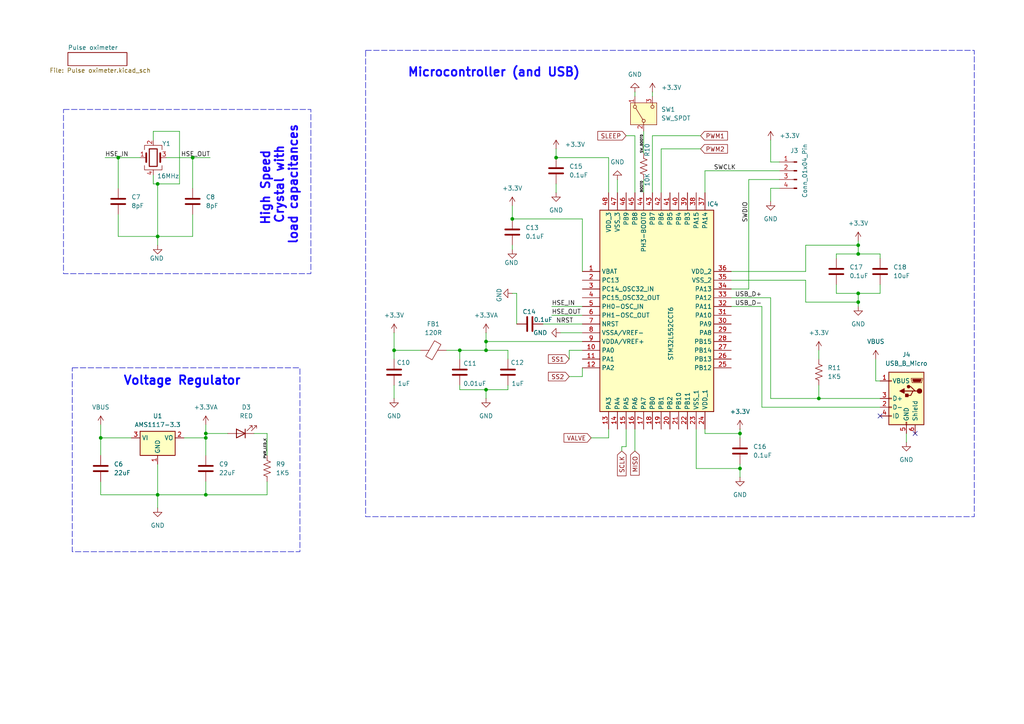
<source format=kicad_sch>
(kicad_sch (version 20250114) (generator "eeschema") (generator_version "9.0")
  (paper "A4")
  (title_block (title "MCU Core") (date "2025-10-22") (rev "VER 1.1.0") (company "BRCL"))
  (lib_symbols
    (symbol "Connector:Conn_01x04_Pin" (pin_names (offset 1.016) (hide yes))
      (property "Reference" "J" (at 0 5.08 0))
      (property "Value" "Conn_01x04_Pin" (at 0 -7.62 0))
      (symbol "Conn_01x04_Pin_1_1"
        (rectangle (start 0.8636 2.667) (end 0 2.413) (stroke (width 0.1524)) (fill (type outline)))
        (rectangle (start 0.8636 0.127) (end 0 -0.127) (stroke (width 0.1524)) (fill (type outline)))
        (rectangle (start 0.8636 -2.413) (end 0 -2.667) (stroke (width 0.1524)) (fill (type outline)))
        (rectangle (start 0.8636 -4.953) (end 0 -5.207) (stroke (width 0.1524)) (fill (type outline)))
        (polyline (pts (xy 1.27 2.54) (xy 0.8636 2.54)) (stroke (width 0.1524)))
        (polyline (pts (xy 1.27 0) (xy 0.8636 0)) (stroke (width 0.1524)))
        (polyline (pts (xy 1.27 -2.54) (xy 0.8636 -2.54)) (stroke (width 0.1524)))
        (polyline (pts (xy 1.27 -5.08) (xy 0.8636 -5.08)) (stroke (width 0.1524)))
        (pin passive line (at 5.08 2.54 180) (length 3.81) (name "Pin_1") (number "1"))
        (pin passive line (at 5.08 0 180) (length 3.81) (name "Pin_2") (number "2"))
        (pin passive line (at 5.08 -2.54 180) (length 3.81) (name "Pin_3") (number "3"))
        (pin passive line (at 5.08 -5.08 180) (length 3.81) (name "Pin_4") (number "4"))
      )
    )
    (symbol "Connector:USB_B_Micro" (pin_names (offset 1.016))
      (property "Reference" "J" (at -5.08 11.43 0))
      (property "Value" "USB_B_Micro" (at -5.08 8.89 0))
      (symbol "USB_B_Micro_0_1"
        (rectangle (start -5.08 -7.62) (end 5.08 7.62) (stroke (width 0.254)) (fill (type background)))
        (polyline (pts (xy -4.699 5.842) (xy -4.699 5.588) (xy -4.445 4.826) (xy -4.445 4.572) (xy -1.651 4.572) (xy -1.651 4.826) (xy -1.397 5.588) (xy -1.397 5.842) (xy -4.699 5.842)))
        (polyline (pts (xy -4.318 5.588) (xy -1.778 5.588) (xy -2.032 4.826) (xy -4.064 4.826) (xy -4.318 5.588)) (fill (type outline)))
        (circle (center -3.81 2.159) (radius 0.635) (stroke (width 0.254)) (fill (type outline)))
        (polyline (pts (xy -3.175 2.159) (xy -2.54 2.159) (xy -1.27 3.429) (xy -0.635 3.429)) (stroke (width 0.254)))
        (polyline (pts (xy -2.54 2.159) (xy -1.905 2.159) (xy -1.27 0.889) (xy 0 0.889)) (stroke (width 0.254)))
        (polyline (pts (xy -1.905 2.159) (xy 0.635 2.159)) (stroke (width 0.254)))
        (circle (center -0.635 3.429) (radius 0.381) (stroke (width 0.254)) (fill (type outline)))
        (rectangle (start -0.127 -7.62) (end 0.127 -6.858))
        (rectangle (start 0.254 1.27) (end -0.508 0.508) (stroke (width 0.254)) (fill (type outline)))
        (polyline (pts (xy 0.635 2.794) (xy 0.635 1.524) (xy 1.905 2.159) (xy 0.635 2.794)) (stroke (width 0.254)) (fill (type outline)))
        (rectangle (start 5.08 4.953) (end 4.318 5.207))
        (rectangle (start 5.08 -0.127) (end 4.318 0.127))
        (rectangle (start 5.08 -2.667) (end 4.318 -2.413))
        (rectangle (start 5.08 -5.207) (end 4.318 -4.953))
      )
      (symbol "USB_B_Micro_1_1"
        (pin passive line (at -2.54 -10.16 90) (length 2.54) (name "Shield") (number "6"))
        (pin power_out line (at 0 -10.16 90) (length 2.54) (name "GND") (number "5"))
        (pin power_out line (at 7.62 5.08 180) (length 2.54) (name "VBUS") (number "1"))
        (pin bidirectional line (at 7.62 0 180) (length 2.54) (name "D+") (number "3"))
        (pin bidirectional line (at 7.62 -2.54 180) (length 2.54) (name "D-") (number "2"))
        (pin passive line (at 7.62 -5.08 180) (length 2.54) (name "ID") (number "4"))
      )
    )
    (symbol "Device:C" (pin_numbers (hide yes)) (pin_names (offset 0.254))
      (property "Reference" "C" (at 0.635 2.54 0))
      (property "Value" "C" (at 0.635 -2.54 0))
      (symbol "C_0_1"
        (polyline (pts (xy -2.032 0.762) (xy 2.032 0.762)) (stroke (width 0.508)))
        (polyline (pts (xy -2.032 -0.762) (xy 2.032 -0.762)) (stroke (width 0.508)))
      )
      (symbol "C_1_1"
        (pin passive line (at 0 3.81 270) (length 2.794) (name "~") (number "1"))
        (pin passive line (at 0 -3.81 90) (length 2.794) (name "~") (number "2"))
      )
    )
    (symbol "Device:Crystal_GND24" (pin_names (offset 1.016) (hide yes))
      (property "Reference" "Y" (at 3.175 5.08 0))
      (property "Value" "Crystal_GND24" (at 3.175 3.175 0))
      (symbol "Crystal_GND24_0_1"
        (polyline (pts (xy -2.54 2.286) (xy -2.54 3.556) (xy 2.54 3.556) (xy 2.54 2.286)))
        (polyline (pts (xy -2.54 0) (xy -2.032 0)))
        (polyline (pts (xy -2.54 -2.286) (xy -2.54 -3.556) (xy 2.54 -3.556) (xy 2.54 -2.286)))
        (polyline (pts (xy -2.032 -1.27) (xy -2.032 1.27)) (stroke (width 0.508)))
        (rectangle (start -1.143 2.54) (end 1.143 -2.54) (stroke (width 0.3048)))
        (polyline (pts (xy 0 3.556) (xy 0 3.81)))
        (polyline (pts (xy 0 -3.81) (xy 0 -3.556)))
        (polyline (pts (xy 2.032 0) (xy 2.54 0)))
        (polyline (pts (xy 2.032 -1.27) (xy 2.032 1.27)) (stroke (width 0.508)))
      )
      (symbol "Crystal_GND24_1_1"
        (pin passive line (at -3.81 0 0) (length 1.27) (name "1") (number "1"))
        (pin passive line (at 0 5.08 270) (length 1.27) (name "2") (number "2"))
        (pin passive line (at 0 -5.08 90) (length 1.27) (name "4") (number "4"))
        (pin passive line (at 3.81 0 180) (length 1.27) (name "3") (number "3"))
      )
    )
    (symbol "Device:FerriteBead" (pin_numbers (hide yes)) (pin_names (offset 0))
      (property "Reference" "FB" (at -3.81 0.635 90))
      (property "Value" "FerriteBead" (at 3.81 0 90))
      (symbol "FerriteBead_0_1"
        (polyline (pts (xy -2.7686 0.4064) (xy -1.7018 2.2606) (xy 2.7686 -0.3048) (xy 1.6764 -2.159) (xy -2.7686 0.4064)))
        (polyline (pts (xy 0 1.27) (xy 0 1.2954)))
        (polyline (pts (xy 0 -1.27) (xy 0 -1.2192)))
      )
      (symbol "FerriteBead_1_1"
        (pin passive line (at 0 3.81 270) (length 2.54) (name "~") (number "1"))
        (pin passive line (at 0 -3.81 90) (length 2.54) (name "~") (number "2"))
      )
    )
    (symbol "Device:LED" (pin_numbers (hide yes)) (pin_names (offset 1.016) (hide yes))
      (property "Reference" "D" (at 0 2.54 0))
      (property "Value" "LED" (at 0 -2.54 0))
      (symbol "LED_0_1"
        (polyline (pts (xy -3.048 -0.762) (xy -4.572 -2.286) (xy -3.81 -2.286) (xy -4.572 -2.286) (xy -4.572 -1.524)))
        (polyline (pts (xy -1.778 -0.762) (xy -3.302 -2.286) (xy -2.54 -2.286) (xy -3.302 -2.286) (xy -3.302 -1.524)))
        (polyline (pts (xy -1.27 0) (xy 1.27 0)))
        (polyline (pts (xy -1.27 -1.27) (xy -1.27 1.27)) (stroke (width 0.254)))
        (polyline (pts (xy 1.27 -1.27) (xy 1.27 1.27) (xy -1.27 0) (xy 1.27 -1.27)) (stroke (width 0.254)))
      )
      (symbol "LED_1_1"
        (pin passive line (at -3.81 0 0) (length 2.54) (name "K") (number "1"))
        (pin passive line (at 3.81 0 180) (length 2.54) (name "A") (number "2"))
      )
    )
    (symbol "Device:R_US" (pin_numbers (hide yes)) (pin_names (offset 0))
      (property "Reference" "R" (at 2.54 0 90))
      (property "Value" "R_US" (at -2.54 0 90))
      (symbol "R_US_0_1"
        (polyline (pts (xy 0 2.286) (xy 0 2.54)))
        (polyline (pts (xy 0 2.286) (xy 1.016 1.905) (xy 0 1.524) (xy -1.016 1.143) (xy 0 0.762)))
        (polyline (pts (xy 0 0.762) (xy 1.016 0.381) (xy 0 0) (xy -1.016 -0.381) (xy 0 -0.762)))
        (polyline (pts (xy 0 -0.762) (xy 1.016 -1.143) (xy 0 -1.524) (xy -1.016 -1.905) (xy 0 -2.286)))
        (polyline (pts (xy 0 -2.286) (xy 0 -2.54)))
      )
      (symbol "R_US_1_1"
        (pin passive line (at 0 3.81 270) (length 1.27) (name "~") (number "1"))
        (pin passive line (at 0 -3.81 90) (length 1.27) (name "~") (number "2"))
      )
    )
    (symbol "Regulator_Linear:AMS1117-3.3"
      (property "Reference" "U" (at -3.81 3.175 0))
      (property "Value" "AMS1117-3.3" (at 0 3.175 0))
      (symbol "AMS1117-3.3_0_1"
        (rectangle (start -5.08 -5.08) (end 5.08 1.905) (stroke (width 0.254)) (fill (type background)))
      )
      (symbol "AMS1117-3.3_1_1"
        (pin power_in line (at -7.62 0 0) (length 2.54) (name "VI") (number "3"))
        (pin power_in line (at 0 -7.62 90) (length 2.54) (name "GND") (number "1"))
        (pin power_out line (at 7.62 0 180) (length 2.54) (name "VO") (number "2"))
      )
    )
    (symbol "SamacSys_Parts:STM32L552CCT6"
      (property "Reference" "IC" (at 39.37 22.86 0))
      (property "Value" "STM32L552CCT6" (at 39.37 20.32 0))
      (symbol "STM32L552CCT6_1_1"
        (rectangle (start 5.08 17.78) (end 38.1 -40.64) (stroke (width 0.254)) (fill (type background)))
        (pin passive line (at 0 0 0) (length 5.08) (name "VBAT") (number "1"))
        (pin passive line (at 0 -2.54 0) (length 5.08) (name "PC13") (number "2"))
        (pin passive line (at 0 -5.08 0) (length 5.08) (name "PC14_OSC32_IN") (number "3"))
        (pin passive line (at 0 -7.62 0) (length 5.08) (name "PC15_OSC32_OUT") (number "4"))
        (pin passive line (at 0 -10.16 0) (length 5.08) (name "PH0-OSC_IN") (number "5"))
        (pin passive line (at 0 -12.7 0) (length 5.08) (name "PH1-OSC_OUT") (number "6"))
        (pin passive line (at 0 -15.24 0) (length 5.08) (name "NRST") (number "7"))
        (pin passive line (at 0 -17.78 0) (length 5.08) (name "VSSA/VREF-") (number "8"))
        (pin passive line (at 0 -20.32 0) (length 5.08) (name "VDDA/VREF+") (number "9"))
        (pin passive line (at 0 -22.86 0) (length 5.08) (name "PA0") (number "10"))
        (pin passive line (at 0 -25.4 0) (length 5.08) (name "PA1") (number "11"))
        (pin passive line (at 0 -27.94 0) (length 5.08) (name "PA2") (number "12"))
        (pin passive line (at 7.62 22.86 270) (length 5.08) (name "VDD_3") (number "48"))
        (pin passive line (at 7.62 -45.72 90) (length 5.08) (name "PA3") (number "13"))
        (pin passive line (at 10.16 22.86 270) (length 5.08) (name "VSS_3") (number "47"))
        (pin passive line (at 10.16 -45.72 90) (length 5.08) (name "PA4") (number "14"))
        (pin passive line (at 12.7 22.86 270) (length 5.08) (name "PB9") (number "46"))
        (pin passive line (at 12.7 -45.72 90) (length 5.08) (name "PA5") (number "15"))
        (pin passive line (at 15.24 22.86 270) (length 5.08) (name "PB8") (number "45"))
        (pin passive line (at 15.24 -45.72 90) (length 5.08) (name "PA6") (number "16"))
        (pin passive line (at 17.78 22.86 270) (length 5.08) (name "PH3-BOOT0") (number "44"))
        (pin passive line (at 17.78 -45.72 90) (length 5.08) (name "PA7") (number "17"))
        (pin passive line (at 20.32 22.86 270) (length 5.08) (name "PB7") (number "43"))
        (pin passive line (at 20.32 -45.72 90) (length 5.08) (name "PB0") (number "18"))
        (pin passive line (at 22.86 22.86 270) (length 5.08) (name "PB6") (number "42"))
        (pin passive line (at 22.86 -45.72 90) (length 5.08) (name "PB1") (number "19"))
        (pin passive line (at 25.4 22.86 270) (length 5.08) (name "PB5") (number "41"))
        (pin passive line (at 25.4 -45.72 90) (length 5.08) (name "PB2") (number "20"))
        (pin passive line (at 27.94 22.86 270) (length 5.08) (name "PB4") (number "40"))
        (pin passive line (at 27.94 -45.72 90) (length 5.08) (name "PB10") (number "21"))
        (pin passive line (at 30.48 22.86 270) (length 5.08) (name "PB3") (number "39"))
        (pin passive line (at 30.48 -45.72 90) (length 5.08) (name "PB11") (number "22"))
        (pin passive line (at 33.02 22.86 270) (length 5.08) (name "PA15") (number "38"))
        (pin passive line (at 33.02 -45.72 90) (length 5.08) (name "VSS_1") (number "23"))
        (pin passive line (at 35.56 22.86 270) (length 5.08) (name "PA14") (number "37"))
        (pin passive line (at 35.56 -45.72 90) (length 5.08) (name "VDD_1") (number "24"))
        (pin passive line (at 43.18 0 180) (length 5.08) (name "VDD_2") (number "36"))
        (pin passive line (at 43.18 -2.54 180) (length 5.08) (name "VSS_2") (number "35"))
        (pin passive line (at 43.18 -5.08 180) (length 5.08) (name "PA13") (number "34"))
        (pin passive line (at 43.18 -7.62 180) (length 5.08) (name "PA12") (number "33"))
        (pin passive line (at 43.18 -10.16 180) (length 5.08) (name "PA11") (number "32"))
        (pin passive line (at 43.18 -12.7 180) (length 5.08) (name "PA10") (number "31"))
        (pin passive line (at 43.18 -15.24 180) (length 5.08) (name "PA9") (number "30"))
        (pin passive line (at 43.18 -17.78 180) (length 5.08) (name "PA8") (number "29"))
        (pin passive line (at 43.18 -20.32 180) (length 5.08) (name "PB15") (number "28"))
        (pin passive line (at 43.18 -22.86 180) (length 5.08) (name "PB14") (number "27"))
        (pin passive line (at 43.18 -25.4 180) (length 5.08) (name "PB13") (number "26"))
        (pin passive line (at 43.18 -27.94 180) (length 5.08) (name "PB12") (number "25"))
      )
    )
    (symbol "Switch:SW_SPDT" (pin_names (offset 0) (hide yes))
      (property "Reference" "SW" (at 0 5.08 0))
      (property "Value" "SW_SPDT" (at 0 -5.08 0))
      (symbol "SW_SPDT_0_1"
        (circle (center -2.032 0) (radius 0.4572))
        (polyline (pts (xy -1.651 0.254) (xy 1.651 2.286)))
        (circle (center 2.032 2.54) (radius 0.4572))
        (circle (center 2.032 -2.54) (radius 0.4572))
      )
      (symbol "SW_SPDT_1_1"
        (rectangle (start -3.175 3.81) (end 3.175 -3.81) (fill (type background)))
        (pin passive line (at -5.08 0 0) (length 2.54) (name "B") (number "2"))
        (pin passive line (at 5.08 2.54 180) (length 2.54) (name "A") (number "1"))
        (pin passive line (at 5.08 -2.54 180) (length 2.54) (name "C") (number "3"))
      )
    )
    (symbol "power:+3.3V" (power) (pin_numbers (hide yes)) (pin_names (offset 0) (hide yes))
      (property "Value" "+3.3V" (at 0 3.556 0))
      (symbol "+3.3V_0_1"
        (polyline (pts (xy -0.762 1.27) (xy 0 2.54)))
        (polyline (pts (xy 0 2.54) (xy 0.762 1.27)))
        (polyline (pts (xy 0 0) (xy 0 2.54)))
      )
      (symbol "+3.3V_1_1"
        (pin power_in line (at 0 0 90) (length 0) (name "~") (number "1"))
      )
    )
    (symbol "power:GND" (power) (pin_numbers (hide yes)) (pin_names (offset 0) (hide yes))
      (property "Value" "GND" (at 0 -3.81 0))
      (symbol "GND_0_1"
        (polyline (pts (xy 0 0) (xy 0 -1.27) (xy 1.27 -1.27) (xy 0 -2.54) (xy -1.27 -1.27) (xy 0 -1.27)))
      )
      (symbol "GND_1_1"
        (pin power_in line (at 0 0 270) (length 0) (name "~") (number "1"))
      )
    )
    (symbol "power:VBUS" (power) (pin_numbers (hide yes)) (pin_names (offset 0) (hide yes))
      (property "Value" "VBUS" (at 0 3.556 0))
      (symbol "VBUS_0_1"
        (polyline (pts (xy -0.762 1.27) (xy 0 2.54)))
        (polyline (pts (xy 0 2.54) (xy 0.762 1.27)))
        (polyline (pts (xy 0 0) (xy 0 2.54)))
      )
      (symbol "VBUS_1_1"
        (pin power_in line (at 0 0 90) (length 0) (name "~") (number "1"))
      )
    )
  )
  (rectangle (start 20.955 106.68) (end 86.995 160.02) (stroke (width 0) (type dash)))
  (rectangle (start 18.415 31.75) (end 90.17 79.375) (stroke (width 0) (type dash)))
  (rectangle (start 106.045 14.605) (end 282.575 149.86) (stroke (width 0) (type dash)))
  (text "Microcontroller (and USB)\n" (at 143.256 21.082 0) (effects (font (size 2.5 2.5) (thickness 0.5) (bold yes))))
  (text "High Speed \nCrystal with\nload capacitances\n" (at 81.026 53.594 90) (effects (font (size 2.5 2.5) (thickness 0.5) (bold yes))))
  (text "Voltage Regulator" (at 52.832 110.49 0) (effects (font (size 2.5 2.5) (thickness 0.5) (bold yes))))
  (junction (at 237.49 115.57))
  (junction (at 140.97 101.6))
  (junction (at 114.3 101.6))
  (junction (at 248.92 85.09))
  (junction (at 140.97 99.06))
  (junction (at 59.69 127))
  (junction (at 248.92 87.63))
  (junction (at 34.29 45.72))
  (junction (at 45.72 68.58))
  (junction (at 55.88 45.72))
  (junction (at 214.63 135.89))
  (junction (at 248.92 71.12))
  (junction (at 248.92 73.66))
  (junction (at 214.63 125.73))
  (junction (at 140.97 113.03))
  (junction (at 29.21 127))
  (junction (at 133.35 101.6))
  (junction (at 45.72 143.51))
  (junction (at 45.72 53.34))
  (junction (at 148.59 63.5))
  (junction (at 161.29 45.72))
  (junction (at 59.69 125.73))
  (junction (at 59.69 143.51))
  (no_connect (at 265.43 125.73))
  (no_connect (at 255.27 120.65))
  (wire (pts (xy 179.07 52.07) (xy 179.07 55.88)))
  (wire (pts (xy 77.47 125.73) (xy 77.47 132.08)))
  (wire (pts (xy 29.21 139.7) (xy 29.21 143.51)))
  (wire (pts (xy 52.07 53.34) (xy 45.72 53.34)))
  (wire (pts (xy 34.29 45.72) (xy 34.29 54.61)))
  (wire (pts (xy 34.29 45.72) (xy 40.64 45.72)))
  (wire (pts (xy 217.17 83.82) (xy 217.17 52.07)))
  (wire (pts (xy 53.34 127) (xy 59.69 127)))
  (wire (pts (xy 242.57 74.93) (xy 242.57 73.66)))
  (wire (pts (xy 242.57 82.55) (xy 242.57 85.09)))
  (wire (pts (xy 114.3 101.6) (xy 114.3 104.14)))
  (wire (pts (xy 55.88 68.58) (xy 55.88 62.23)))
  (wire (pts (xy 255.27 118.11) (xy 220.98 118.11)))
  (wire (pts (xy 184.15 124.46) (xy 184.15 130.81)))
  (wire (pts (xy 59.69 127) (xy 59.69 132.08)))
  (wire (pts (xy 255.27 73.66) (xy 255.27 74.93)))
  (wire (pts (xy 77.47 143.51) (xy 59.69 143.51)))
  (wire (pts (xy 147.32 101.6) (xy 147.32 104.14)))
  (wire (pts (xy 140.97 99.06) (xy 168.91 99.06)))
  (wire (pts (xy 34.29 62.23) (xy 34.29 68.58)))
  (wire (pts (xy 217.17 52.07) (xy 226.06 52.07)))
  (wire (pts (xy 45.72 53.34) (xy 44.45 53.34)))
  (wire (pts (xy 59.69 123.19) (xy 59.69 125.73)))
  (wire (pts (xy 140.97 99.06) (xy 140.97 101.6)))
  (wire (pts (xy 45.72 68.58) (xy 45.72 71.12)))
  (wire (pts (xy 48.26 45.72) (xy 55.88 45.72)))
  (wire (pts (xy 233.68 81.28) (xy 233.68 87.63)))
  (wire (pts (xy 59.69 125.73) (xy 59.69 127)))
  (wire (pts (xy 133.35 104.14) (xy 133.35 101.6)))
  (wire (pts (xy 157.48 93.98) (xy 168.91 93.98)))
  (wire (pts (xy 45.72 134.62) (xy 45.72 143.51)))
  (wire (pts (xy 140.97 101.6) (xy 147.32 101.6)))
  (wire (pts (xy 176.53 45.72) (xy 161.29 45.72)))
  (wire (pts (xy 34.29 68.58) (xy 45.72 68.58)))
  (wire (pts (xy 168.91 109.22) (xy 165.1 109.22)))
  (wire (pts (xy 214.63 125.73) (xy 214.63 127)))
  (wire (pts (xy 214.63 124.46) (xy 214.63 125.73)))
  (wire (pts (xy 233.68 78.74) (xy 233.68 71.12)))
  (wire (pts (xy 114.3 111.76) (xy 114.3 115.57)))
  (wire (pts (xy 44.45 53.34) (xy 44.45 50.8)))
  (wire (pts (xy 242.57 85.09) (xy 248.92 85.09)))
  (wire (pts (xy 223.52 115.57) (xy 223.52 86.36)))
  (wire (pts (xy 140.97 113.03) (xy 147.32 113.03)))
  (wire (pts (xy 180.34 129.54) (xy 181.61 129.54)))
  (wire (pts (xy 255.27 85.09) (xy 255.27 82.55)))
  (wire (pts (xy 133.35 113.03) (xy 140.97 113.03)))
  (wire (pts (xy 212.09 81.28) (xy 233.68 81.28)))
  (wire (pts (xy 254 110.49) (xy 255.27 110.49)))
  (wire (pts (xy 226.06 54.61) (xy 223.52 54.61)))
  (wire (pts (xy 220.98 118.11) (xy 220.98 88.9)))
  (wire (pts (xy 140.97 113.03) (xy 140.97 115.57)))
  (wire (pts (xy 248.92 73.66) (xy 255.27 73.66)))
  (wire (pts (xy 77.47 139.7) (xy 77.47 143.51)))
  (wire (pts (xy 191.77 43.18) (xy 191.77 55.88)))
  (wire (pts (xy 237.49 115.57) (xy 255.27 115.57)))
  (wire (pts (xy 214.63 135.89) (xy 214.63 138.43)))
  (wire (pts (xy 233.68 87.63) (xy 248.92 87.63)))
  (wire (pts (xy 212.09 86.36) (xy 223.52 86.36)))
  (wire (pts (xy 248.92 85.09) (xy 248.92 87.63)))
  (wire (pts (xy 168.91 109.22) (xy 168.91 106.68)))
  (wire (pts (xy 237.49 111.76) (xy 237.49 115.57)))
  (wire (pts (xy 248.92 71.12) (xy 248.92 73.66)))
  (wire (pts (xy 262.89 125.73) (xy 262.89 128.27)))
  (wire (pts (xy 73.66 125.73) (xy 77.47 125.73)))
  (wire (pts (xy 214.63 134.62) (xy 214.63 135.89)))
  (wire (pts (xy 149.86 85.09) (xy 148.59 85.09)))
  (wire (pts (xy 176.53 55.88) (xy 176.53 45.72)))
  (wire (pts (xy 29.21 127) (xy 29.21 132.08)))
  (wire (pts (xy 140.97 96.52) (xy 140.97 99.06)))
  (wire (pts (xy 186.69 38.1) (xy 186.69 44.45)))
  (wire (pts (xy 189.23 26.67) (xy 189.23 27.94)))
  (wire (pts (xy 44.45 38.1) (xy 52.07 38.1)))
  (wire (pts (xy 242.57 73.66) (xy 248.92 73.66)))
  (wire (pts (xy 44.45 38.1) (xy 44.45 40.64)))
  (wire (pts (xy 59.69 125.73) (xy 66.04 125.73)))
  (wire (pts (xy 186.69 52.07) (xy 186.69 55.88)))
  (wire (pts (xy 176.53 127) (xy 171.45 127)))
  (wire (pts (xy 204.47 125.73) (xy 214.63 125.73)))
  (wire (pts (xy 161.29 43.18) (xy 161.29 45.72)))
  (wire (pts (xy 148.59 59.69) (xy 148.59 63.5)))
  (wire (pts (xy 114.3 96.52) (xy 114.3 101.6)))
  (wire (pts (xy 160.02 91.44) (xy 168.91 91.44)))
  (wire (pts (xy 180.34 130.81) (xy 180.34 129.54)))
  (wire (pts (xy 204.47 55.88) (xy 204.47 49.53)))
  (wire (pts (xy 29.21 143.51) (xy 45.72 143.51)))
  (wire (pts (xy 55.88 45.72) (xy 55.88 54.61)))
  (wire (pts (xy 29.21 123.19) (xy 29.21 127)))
  (wire (pts (xy 212.09 88.9) (xy 220.98 88.9)))
  (wire (pts (xy 162.56 96.52) (xy 168.91 96.52)))
  (wire (pts (xy 248.92 87.63) (xy 248.92 88.9)))
  (wire (pts (xy 149.86 85.09) (xy 149.86 93.98)))
  (wire (pts (xy 189.23 39.37) (xy 189.23 55.88)))
  (wire (pts (xy 38.1 127) (xy 29.21 127)))
  (wire (pts (xy 52.07 38.1) (xy 52.07 53.34)))
  (wire (pts (xy 248.92 69.85) (xy 248.92 71.12)))
  (wire (pts (xy 133.35 111.76) (xy 133.35 113.03)))
  (wire (pts (xy 201.93 135.89) (xy 214.63 135.89)))
  (wire (pts (xy 45.72 53.34) (xy 45.72 68.58)))
  (wire (pts (xy 184.15 26.67) (xy 184.15 27.94)))
  (wire (pts (xy 121.92 101.6) (xy 114.3 101.6)))
  (wire (pts (xy 181.61 129.54) (xy 181.61 124.46)))
  (wire (pts (xy 147.32 111.76) (xy 147.32 113.03)))
  (wire (pts (xy 168.91 78.74) (xy 168.91 63.5)))
  (wire (pts (xy 55.88 45.72) (xy 60.96 45.72)))
  (wire (pts (xy 176.53 124.46) (xy 176.53 127)))
  (wire (pts (xy 161.29 53.34) (xy 161.29 55.88)))
  (wire (pts (xy 203.2 43.18) (xy 191.77 43.18)))
  (wire (pts (xy 45.72 143.51) (xy 59.69 143.51)))
  (wire (pts (xy 30.48 45.72) (xy 34.29 45.72)))
  (wire (pts (xy 212.09 78.74) (xy 233.68 78.74)))
  (wire (pts (xy 223.52 46.99) (xy 223.52 40.64)))
  (wire (pts (xy 184.15 39.37) (xy 181.61 39.37)))
  (wire (pts (xy 203.2 39.37) (xy 189.23 39.37)))
  (wire (pts (xy 168.91 63.5) (xy 148.59 63.5)))
  (wire (pts (xy 248.92 85.09) (xy 255.27 85.09)))
  (wire (pts (xy 165.1 101.6) (xy 168.91 101.6)))
  (wire (pts (xy 237.49 101.6) (xy 237.49 104.14)))
  (wire (pts (xy 129.54 101.6) (xy 133.35 101.6)))
  (wire (pts (xy 148.59 71.12) (xy 148.59 72.39)))
  (wire (pts (xy 184.15 55.88) (xy 184.15 39.37)))
  (wire (pts (xy 133.35 101.6) (xy 140.97 101.6)))
  (wire (pts (xy 204.47 124.46) (xy 204.47 125.73)))
  (wire (pts (xy 165.1 104.14) (xy 165.1 101.6)))
  (wire (pts (xy 237.49 115.57) (xy 223.52 115.57)))
  (wire (pts (xy 201.93 124.46) (xy 201.93 135.89)))
  (wire (pts (xy 59.69 143.51) (xy 59.69 139.7)))
  (wire (pts (xy 233.68 71.12) (xy 248.92 71.12)))
  (wire (pts (xy 223.52 54.61) (xy 223.52 58.42)))
  (wire (pts (xy 254 104.14) (xy 254 110.49)))
  (wire (pts (xy 160.02 88.9) (xy 168.91 88.9)))
  (wire (pts (xy 45.72 68.58) (xy 55.88 68.58)))
  (wire (pts (xy 212.09 83.82) (xy 217.17 83.82)))
  (wire (pts (xy 45.72 143.51) (xy 45.72 147.32)))
  (wire (pts (xy 226.06 46.99) (xy 223.52 46.99)))
  (wire (pts (xy 204.47 49.53) (xy 226.06 49.53)))
  (label "USB_D+" (at 220.98 86.36 180))
  (label "SW_BOOT0" (at 186.69 44.45 90) (effects (font (size 0.7 0.7))))
  (label "BOOT0" (at 186.69 55.88 90) (effects (font (size 0.7 0.7))))
  (label "PWR_LED_K" (at 77.47 127 270) (effects (font (size 0.7 0.7))))
  (label "HSE_OUT" (at 160.02 91.44 0))
  (label "NRST" (at 161.29 93.98 0))
  (label "USB_D-" (at 220.98 88.9 180))
  (label "HSE_IN" (at 30.48 45.72 0))
  (label "HSE_OUT" (at 60.96 45.72 180))
  (label "SWCLK" (at 207.01 49.53 0))
  (label "SWDIO" (at 217.17 58.42 270))
  (label "HSE_IN" (at 160.02 88.9 0))
  (global_label "SS2" (shape input) (at 165.1 109.22 180) (property "Intersheetrefs" "${INTERSHEET_REFS}" (effects (hide yes))))
  (global_label "SLEEP" (shape input) (at 181.61 39.37 180) (property "Intersheetrefs" "${INTERSHEET_REFS}" (effects (hide yes))))
  (global_label "PWM2" (shape input) (at 203.2 43.18 0) (property "Intersheetrefs" "${INTERSHEET_REFS}" (effects (hide yes))))
  (global_label "SS1" (shape input) (at 165.1 104.14 180) (property "Intersheetrefs" "${INTERSHEET_REFS}" (effects (hide yes))))
  (global_label "MISO" (shape input) (at 184.15 130.81 270) (property "Intersheetrefs" "${INTERSHEET_REFS}" (effects (hide yes))))
  (global_label "VALVE" (shape input) (at 171.45 127 180) (property "Intersheetrefs" "${INTERSHEET_REFS}" (effects (hide yes))))
  (global_label "SCLK" (shape input) (at 180.34 130.81 270) (property "Intersheetrefs" "${INTERSHEET_REFS}" (effects (hide yes))))
  (global_label "PWM1" (shape input) (at 203.2 39.37 0) (property "Intersheetrefs" "${INTERSHEET_REFS}" (effects (hide yes))))
  (symbol (lib_id "Device:FerriteBead") (at 125.73 101.6 90) (unit 1)
    (property "Reference" "FB1" (at 125.6792 93.98 90))
    (property "Value" "120R" (at 125.6792 96.52 90))
    (property "Footprint" "Inductor_SMD:L_0603_1608Metric" (effects (hide yes)))
    (property "Description" "Ferrite bead" (effects (hide yes)))
    (property "Manufacturer_Part_Number" "MMZ1608S121ATA00" (effects (hide yes)))
  )
  (symbol (lib_id "power:+3.3V") (at 248.92 69.85 0) (unit 1)
    (property "Reference" "#PWR047" (effects (hide yes)))
    (property "Value" "+3.3V" (at 248.92 64.77 0))
    (property "Description" "Power symbol creates a global label with name \"+3.3V\"" (effects (hide yes)))
  )
  (symbol (lib_id "power:+3.3V") (at 59.69 123.19 0) (unit 1)
    (property "Reference" "#PWR028" (effects (hide yes)))
    (property "Value" "+3.3VA" (at 59.69 118.11 0))
    (property "Description" "Power symbol creates a global label with name \"+3.3V\"" (effects (hide yes)))
  )
  (symbol (lib_id "power:+3.3V") (at 148.59 59.69 0) (unit 1)
    (property "Reference" "#PWR033" (effects (hide yes)))
    (property "Value" "+3.3V" (at 148.59 54.61 0))
    (property "Description" "Power symbol creates a global label with name \"+3.3V\"" (effects (hide yes)))
  )
  (symbol (lib_id "Device:C") (at 242.57 78.74 0) (unit 1)
    (property "Reference" "C17" (at 246.38 77.4699 0) (effects (justify left)))
    (property "Value" "0.1uF" (at 246.38 80.0099 0) (effects (justify left)))
    (property "Footprint" "Capacitor_SMD:C_0402_1005Metric" (effects (hide yes)))
    (property "Description" "Unpolarized capacitor" (effects (hide yes)))
    (property "Manufacturer_Part_Number" "CL05B104KA5NNNC" (effects (hide yes)))
  )
  (symbol (lib_id "power:GND") (at 179.07 52.07 180) (unit 1)
    (property "Reference" "#PWR039" (effects (hide yes)))
    (property "Value" "GND" (at 179.07 46.99 0))
    (property "Description" "Power symbol creates a global label with name \"GND\" , ground" (effects (hide yes)))
  )
  (symbol (lib_id "Device:LED") (at 69.85 125.73 180) (unit 1)
    (property "Reference" "D3" (at 71.4375 118.11 0))
    (property "Value" "RED" (at 71.4375 120.65 0))
    (property "Footprint" "LED_SMD:LED_0603_1608Metric" (effects (hide yes)))
    (property "Description" "Light emitting diode" (effects (hide yes)))
    (property "Sim.Pins" "1=K 2=A" (effects (hide yes)))
    (property "Manufacturer_Part_Number" "APT1608SURC" (effects (hide yes)))
  )
  (symbol (lib_id "Device:Crystal_GND24") (at 44.45 45.72 0) (unit 1)
    (property "Reference" "Y1" (at 48.26 41.656 0))
    (property "Value" "16MHz" (at 48.768 51.054 0))
    (property "Footprint" "Crystal:Crystal_SMD_3225-4Pin_3.2x2.5mm" (effects (hide yes)))
    (property "Description" "Four pin crystal, GND on pins 2 and 4" (effects (hide yes)))
    (property "Manufacturer_Part_Number" "NX3225SA-16MHZ-STD-CSR-6" (effects (hide yes)))
  )
  (symbol (lib_id "Device:C") (at 255.27 78.74 0) (unit 1)
    (property "Reference" "C18" (at 259.08 77.4699 0) (effects (justify left)))
    (property "Value" "10uF" (at 259.08 80.0099 0) (effects (justify left)))
    (property "Footprint" "Capacitor_SMD:C_0603_1608Metric" (effects (hide yes)))
    (property "Description" "Unpolarized capacitor" (effects (hide yes)))
    (property "Manufacturer_Part_Number" "GRM188R61A106MAALJ" (effects (hide yes)))
  )
  (symbol (lib_id "power:+3.3V") (at 114.3 96.52 0) (unit 1)
    (property "Reference" "#PWR029" (effects (hide yes)))
    (property "Value" "+3.3V" (at 114.3 91.44 0))
    (property "Description" "Power symbol creates a global label with name \"+3.3V\"" (effects (hide yes)))
  )
  (symbol (lib_id "Device:C") (at 214.63 130.81 0) (unit 1)
    (property "Reference" "C16" (at 218.44 129.5399 0) (effects (justify left)))
    (property "Value" "0.1uF" (at 218.44 132.0799 0) (effects (justify left)))
    (property "Footprint" "Capacitor_SMD:C_0402_1005Metric" (effects (hide yes)))
    (property "Description" "Unpolarized capacitor" (effects (hide yes)))
    (property "Manufacturer_Part_Number" "CL05B104KA5NNNC" (effects (hide yes)))
  )
  (symbol (lib_id "power:+3.3V") (at 140.97 96.52 0) (unit 1)
    (property "Reference" "#PWR031" (effects (hide yes)))
    (property "Value" "+3.3VA" (at 140.97 91.44 0))
    (property "Description" "Power symbol creates a global label with name \"+3.3V\"" (effects (hide yes)))
  )
  (symbol (lib_id "power:GND") (at 162.56 96.52 270) (unit 1)
    (property "Reference" "#PWR038" (effects (hide yes)))
    (property "Value" "GND" (at 158.75 96.5199 90) (effects (justify right)))
    (property "Description" "Power symbol creates a global label with name \"GND\" , ground" (effects (hide yes)))
  )
  (symbol (lib_id "power:GND") (at 223.52 58.42 0) (unit 1)
    (property "Reference" "#PWR045" (effects (hide yes)))
    (property "Value" "GND" (at 223.52 63.5 0))
    (property "Description" "Power symbol creates a global label with name \"GND\" , ground" (effects (hide yes)))
  )
  (symbol (lib_id "Device:C") (at 59.69 135.89 0) (unit 1)
    (property "Reference" "C9" (at 63.5 134.6199 0) (effects (justify left)))
    (property "Value" "22uF" (at 63.5 137.1599 0) (effects (justify left)))
    (property "Footprint" "Capacitor_SMD:C_0805_2012Metric" (effects (hide yes)))
    (property "Description" "Unpolarized capacitor" (effects (hide yes)))
    (property "Manufacturer_Part_Number" "CL21A226MOQNNNE" (effects (hide yes)))
  )
  (symbol (lib_id "power:+3.3V") (at 237.49 101.6 0) (unit 1)
    (property "Reference" "#PWR046" (effects (hide yes)))
    (property "Value" "+3.3V" (at 237.49 96.52 0))
    (property "Description" "Power symbol creates a global label with name \"+3.3V\"" (effects (hide yes)))
  )
  (symbol (lib_id "power:+3.3V") (at 161.29 43.18 0) (unit 1)
    (property "Reference" "#PWR036" (effects (hide yes)))
    (property "Value" "+3.3V" (at 163.83 41.9099 0) (effects (justify left)))
    (property "Description" "Power symbol creates a global label with name \"+3.3V\"" (effects (hide yes)))
  )
  (symbol (lib_id "power:VBUS") (at 254 104.14 0) (unit 1)
    (property "Reference" "#PWR049" (effects (hide yes)))
    (property "Value" "VBUS" (at 254 99.06 0))
    (property "Description" "Power symbol creates a global label with name \"VBUS\"" (effects (hide yes)))
  )
  (symbol (lib_id "Connector:USB_B_Micro") (at 262.89 115.57 0) (mirror y) (unit 1)
    (property "Reference" "J4" (at 262.89 102.87 0))
    (property "Value" "USB_B_Micro" (at 262.89 105.41 0))
    (property "Footprint" "custom_footprints:USB_Micro-B_Wuerth_629105150521" (effects (hide yes)))
    (property "Description" "USB Micro Type B connector" (effects (hide yes)))
    (property "Manufacturer_Part_Number" "629105150521" (effects (hide yes)))
  )
  (symbol (lib_id "Device:R_US") (at 237.49 107.95 0) (unit 1)
    (property "Reference" "R11" (at 240.03 106.6799 0) (effects (justify left)))
    (property "Value" "1K5" (at 240.03 109.2199 0) (effects (justify left)))
    (property "Footprint" "Resistor_SMD:R_0402_1005Metric" (effects (hide yes)))
    (property "Description" "Resistor, US symbol" (effects (hide yes)))
    (property "Manufacturer_Part_Number" "RC0402FR-071K5L" (effects (hide yes)))
  )
  (symbol (lib_id "power:GND") (at 161.29 55.88 0) (unit 1)
    (property "Reference" "#PWR037" (effects (hide yes)))
    (property "Value" "GND" (at 161.29 60.96 0))
    (property "Description" "Power symbol creates a global label with name \"GND\" , ground" (effects (hide yes)))
  )
  (symbol (lib_id "power:GND") (at 45.72 71.12 0) (unit 1)
    (property "Reference" "#PWR026" (effects (hide yes)))
    (property "Value" "GND" (at 45.466 74.93 0))
    (property "Description" "Power symbol creates a global label with name \"GND\" , ground" (effects (hide yes)))
  )
  (symbol (lib_id "power:+3.3V") (at 189.23 26.67 0) (unit 1)
    (property "Reference" "#PWR041" (effects (hide yes)))
    (property "Value" "+3.3V" (at 191.77 25.3999 0) (effects (justify left)))
    (property "Description" "Power symbol creates a global label with name \"+3.3V\"" (effects (hide yes)))
  )
  (symbol (lib_id "Device:C") (at 148.59 67.31 0) (unit 1)
    (property "Reference" "C13" (at 152.4 66.0399 0) (effects (justify left)))
    (property "Value" "0.1uF" (at 152.4 68.5799 0) (effects (justify left)))
    (property "Footprint" "Capacitor_SMD:C_0402_1005Metric" (effects (hide yes)))
    (property "Description" "Unpolarized capacitor" (effects (hide yes)))
    (property "Manufacturer_Part_Number" "CL05B104KA5NNNC" (effects (hide yes)))
  )
  (symbol (lib_id "Device:C") (at 114.3 107.95 0) (unit 1)
    (property "Reference" "C10" (at 115.062 105.156 0) (effects (justify left)))
    (property "Value" "1uF" (at 115.316 111.252 0) (effects (justify left)))
    (property "Footprint" "Capacitor_SMD:C_0402_1005Metric" (effects (hide yes)))
    (property "Description" "Unpolarized capacitor" (effects (hide yes)))
    (property "Manufacturer_Part_Number" "GRM155R61E105KA12D" (effects (hide yes)))
  )
  (symbol (lib_id "power:GND") (at 184.15 26.67 180) (unit 1)
    (property "Reference" "#PWR040" (effects (hide yes)))
    (property "Value" "GND" (at 184.15 21.59 0))
    (property "Description" "Power symbol creates a global label with name \"GND\" , ground" (effects (hide yes)))
  )
  (symbol (lib_id "power:+3.3V") (at 214.63 124.46 0) (unit 1)
    (property "Reference" "#PWR042" (effects (hide yes)))
    (property "Value" "+3.3V" (at 214.63 119.38 0))
    (property "Description" "Power symbol creates a global label with name \"+3.3V\"" (effects (hide yes)))
  )
  (symbol (lib_id "power:GND") (at 248.92 88.9 0) (unit 1)
    (property "Reference" "#PWR048" (effects (hide yes)))
    (property "Value" "GND" (at 248.92 93.98 0))
    (property "Description" "Power symbol creates a global label with name \"GND\" , ground" (effects (hide yes)))
  )
  (symbol (lib_id "Device:C") (at 147.32 107.95 0) (unit 1)
    (property "Reference" "C12" (at 148.082 105.156 0) (effects (justify left)))
    (property "Value" "1uF" (at 148.336 111.252 0) (effects (justify left)))
    (property "Footprint" "Capacitor_SMD:C_0402_1005Metric" (effects (hide yes)))
    (property "Description" "Unpolarized capacitor" (effects (hide yes)))
    (property "Manufacturer_Part_Number" "GRM155R61E105KA12D" (effects (hide yes)))
  )
  (symbol (lib_id "power:GND") (at 140.97 115.57 0) (unit 1)
    (property "Reference" "#PWR032" (effects (hide yes)))
    (property "Value" "GND" (at 140.97 120.65 0))
    (property "Description" "Power symbol creates a global label with name \"GND\" , ground" (effects (hide yes)))
  )
  (symbol (lib_id "Device:C") (at 133.35 107.95 0) (unit 1)
    (property "Reference" "C11" (at 134.366 105.41 0) (effects (justify left)))
    (property "Value" "0.01uF" (at 134.366 111.252 0) (effects (justify left)))
    (property "Footprint" "Capacitor_SMD:C_0402_1005Metric" (effects (hide yes)))
    (property "Description" "Unpolarized capacitor" (effects (hide yes)))
    (property "Manufacturer_Part_Number" "GRM155R71E103KA01D" (effects (hide yes)))
  )
  (symbol (lib_id "SamacSys_Parts:STM32L552CCT6") (at 168.91 78.74 0) (unit 1)
    (property "Reference" "IC4" (at 206.756 59.182 0))
    (property "Value" "STM32L552CCT6" (at 194.564 96.774 90))
    (property "Footprint" "SamacSys_Parts:QFP50P900X900X160-48N" (effects (hide yes)))
    (property "Datasheet" "https://componentsearchengine.com/Datasheets/1/STM32L552CCT6.pdf" (effects (hide yes)))
    (property "Description" "16/32-BITS MICROS" (effects (hide yes)))
    (property "Height" "1.6" (effects (hide yes)))
    (property "Mouser Part Number" "511-STM32L552CCT6" (effects (hide yes)))
    (property "Mouser Price/Stock" "https://www.mouser.co.uk/ProductDetail/STMicroelectronics/STM32L552CCT6?qs=xZ%2FP%252Ba9zWqa4jtPAr3IBQA%3D%3D" (effects (hide yes)))
    (property "Manufacturer_Name" "STMicroelectronics" (effects (hide yes)))
    (property "Manufacturer_Part_Number" "STM32L552CCT6" (effects (hide yes)))
  )
  (symbol (lib_id "power:+3.3V") (at 223.52 40.64 0) (unit 1)
    (property "Reference" "#PWR044" (effects (hide yes)))
    (property "Value" "+3.3V" (at 226.06 39.3699 0) (effects (justify left)))
    (property "Description" "Power symbol creates a global label with name \"+3.3V\"" (effects (hide yes)))
  )
  (symbol (lib_id "Regulator_Linear:AMS1117-3.3") (at 45.72 127 0) (unit 1)
    (property "Reference" "U1" (at 45.72 120.65 0))
    (property "Value" "AMS1117-3.3" (at 45.72 123.19 0))
    (property "Footprint" "Package_TO_SOT_SMD:SOT-223-3_TabPin2" (effects (hide yes)))
    (property "Datasheet" "http://www.advanced-monolithic.com/pdf/ds1117.pdf" (effects (hide yes)))
    (property "Description" "1A Low Dropout regulator, positive, 3.3V fixed output, SOT-223" (effects (hide yes)))
    (property "Manufacturer_Part_Number" "AMS1117-3.3" (effects (hide yes)))
  )
  (symbol (lib_id "Device:C") (at 34.29 58.42 0) (unit 1)
    (property "Reference" "C7" (at 38.1 57.1499 0) (effects (justify left)))
    (property "Value" "8pF" (at 38.1 59.6899 0) (effects (justify left)))
    (property "Footprint" "Capacitor_SMD:C_0402_1005Metric" (effects (hide yes)))
    (property "Description" "Unpolarized capacitor" (effects (hide yes)))
    (property "Manufacturer_Part_Number" "GRM1555C1H100JA01D" (effects (hide yes)))
  )
  (symbol (lib_id "power:GND") (at 114.3 115.57 0) (unit 1)
    (property "Reference" "#PWR030" (effects (hide yes)))
    (property "Value" "GND" (at 114.3 120.65 0))
    (property "Description" "Power symbol creates a global label with name \"GND\" , ground" (effects (hide yes)))
  )
  (symbol (lib_id "power:GND") (at 148.59 72.39 0) (unit 1)
    (property "Reference" "#PWR034" (effects (hide yes)))
    (property "Value" "GND" (at 148.336 76.2 0))
    (property "Description" "Power symbol creates a global label with name \"GND\" , ground" (effects (hide yes)))
  )
  (symbol (lib_id "Device:C") (at 55.88 58.42 0) (unit 1)
    (property "Reference" "C8" (at 59.69 57.1499 0) (effects (justify left)))
    (property "Value" "8pF" (at 59.69 59.6899 0) (effects (justify left)))
    (property "Footprint" "Capacitor_SMD:C_0402_1005Metric" (effects (hide yes)))
    (property "Description" "Unpolarized capacitor" (effects (hide yes)))
    (property "Manufacturer_Part_Number" "GRM1555C1H100JA01D" (effects (hide yes)))
  )
  (symbol (lib_id "Device:C") (at 29.21 135.89 0) (unit 1)
    (property "Reference" "C6" (at 33.02 134.6199 0) (effects (justify left)))
    (property "Value" "22uF" (at 33.02 137.1599 0) (effects (justify left)))
    (property "Footprint" "Capacitor_SMD:C_0805_2012Metric" (effects (hide yes)))
    (property "Description" "Unpolarized capacitor" (effects (hide yes)))
    (property "Manufacturer_Part_Number" "CL21A226MOQNNNE" (effects (hide yes)))
  )
  (symbol (lib_id "power:GND") (at 214.63 138.43 0) (unit 1)
    (property "Reference" "#PWR043" (effects (hide yes)))
    (property "Value" "GND" (at 214.63 143.51 0))
    (property "Description" "Power symbol creates a global label with name \"GND\" , ground" (effects (hide yes)))
  )
  (symbol (lib_id "Connector:Conn_01x04_Pin") (at 231.14 49.53 0) (mirror y) (unit 1)
    (property "Reference" "J3" (at 230.378 43.688 0))
    (property "Value" "Conn_01x04_Pin" (at 233.426 49.53 90))
    (property "Footprint" "Connector_PinHeader_2.54mm:PinHeader_1x04_P2.54mm_Vertical" (effects (hide yes)))
    (property "Description" "Generic connector, single row, 01x04, script generated" (effects (hide yes)))
    (property "Manufacturer_Part_Number" "TSW-104-07-F-S" (effects (hide yes)))
  )
  (symbol (lib_id "power:GND") (at 262.89 128.27 0) (unit 1)
    (property "Reference" "#PWR050" (effects (hide yes)))
    (property "Value" "GND" (at 262.89 133.35 0))
    (property "Description" "Power symbol creates a global label with name \"GND\" , ground" (effects (hide yes)))
  )
  (symbol (lib_id "power:GND") (at 45.72 147.32 0) (unit 1)
    (property "Reference" "#PWR027" (effects (hide yes)))
    (property "Value" "GND" (at 45.72 152.4 0))
    (property "Description" "Power symbol creates a global label with name \"GND\" , ground" (effects (hide yes)))
  )
  (symbol (lib_id "Device:C") (at 161.29 49.53 0) (unit 1)
    (property "Reference" "C15" (at 165.1 48.2599 0) (effects (justify left)))
    (property "Value" "0.1uF" (at 165.1 50.7999 0) (effects (justify left)))
    (property "Footprint" "Capacitor_SMD:C_0402_1005Metric" (effects (hide yes)))
    (property "Description" "Unpolarized capacitor" (effects (hide yes)))
    (property "Manufacturer_Part_Number" "CL05B104KA5NNNC" (effects (hide yes)))
  )
  (symbol (lib_id "Device:R_US") (at 77.47 135.89 0) (unit 1)
    (property "Reference" "R9" (at 80.01 134.6199 0) (effects (justify left)))
    (property "Value" "1K5" (at 80.01 137.1599 0) (effects (justify left)))
    (property "Footprint" "Resistor_SMD:R_0402_1005Metric" (effects (hide yes)))
    (property "Description" "Resistor, US symbol" (effects (hide yes)))
    (property "Manufacturer_Part_Number" "RC0402FR-071K5L" (effects (hide yes)))
  )
  (symbol (lib_id "Switch:SW_SPDT") (at 186.69 33.02 90) (unit 1)
    (property "Reference" "SW1" (at 191.77 31.7499 90) (effects (justify right)))
    (property "Value" "SW_SPDT" (at 191.77 34.2899 90) (effects (justify right)))
    (property "Footprint" "Button_Switch_SMD:SW_SPDT_PCM12" (effects (hide yes)))
    (property "Description" "Switch, single pole double throw" (effects (hide yes)))
    (property "Manufacturer_Part_Number" "PCM12SMTR" (effects (hide yes)))
  )
  (symbol (lib_id "power:VBUS") (at 29.21 123.19 0) (unit 1)
    (property "Reference" "#PWR025" (effects (hide yes)))
    (property "Value" "VBUS" (at 29.21 118.11 0))
    (property "Description" "Power symbol creates a global label with name \"VBUS\"" (effects (hide yes)))
  )
  (symbol (lib_id "power:GND") (at 148.59 85.09 270) (unit 1)
    (property "Reference" "#PWR035" (effects (hide yes)))
    (property "Value" "GND" (at 144.78 85.598 0))
    (property "Description" "Power symbol creates a global label with name \"GND\" , ground" (effects (hide yes)))
  )
  (symbol (lib_id "Device:R_US") (at 186.69 48.26 0) (unit 1)
    (property "Reference" "R10" (at 187.706 45.466 90) (effects (justify left)))
    (property "Value" "10K" (at 187.706 54.102 90) (effects (justify left)))
    (property "Footprint" "Resistor_SMD:R_0402_1005Metric" (effects (hide yes)))
    (property "Description" "Resistor, US symbol" (effects (hide yes)))
    (property "Manufacturer_Part_Number" "RC0402FR-0710KL" (effects (hide yes)))
  )
  (symbol (lib_id "Device:C") (at 153.67 93.98 90) (unit 1)
    (property "Reference" "C14" (at 155.448 90.424 90) (effects (justify left)))
    (property "Value" "0.1uF" (at 160.274 92.71 90) (effects (justify left)))
    (property "Footprint" "Capacitor_SMD:C_0402_1005Metric" (effects (hide yes)))
    (property "Description" "Unpolarized capacitor" (effects (hide yes)))
    (property "Manufacturer_Part_Number" "CL05B104KA5NNNC" (effects (hide yes)))
  )
  (sheet (at 19.685 15.24) (size 17.145 3.81) (stroke (width 0.1524))
    (property "Sheetname" "Pulse oximeter" (at 19.685 14.5284 0) (effects (justify left bottom)))
    (property "Sheetfile" "Pulse oximeter.kicad_sch" (at 14.351 19.685 0) (effects (justify left top)))
  )
)
</source>
